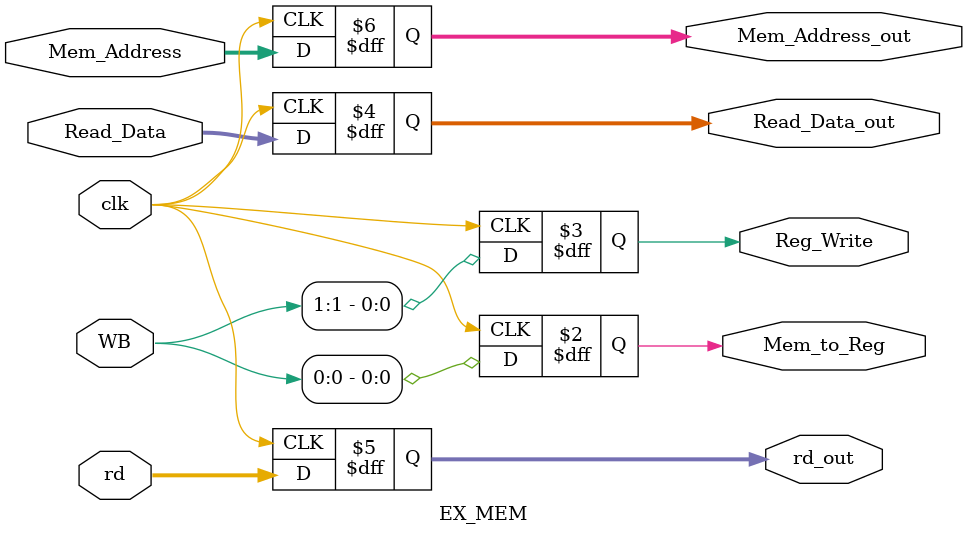
<source format=v>
module EX_MEM
(
    input clk,
    input [1:0] WB,
    output reg Mem_to_Reg, Reg_Write,
    
    input [63:0] Read_Data,
    output reg [63:0] Read_Data_out,
    
    input [4:0] rd,
    output reg [4:0] rd_out,

    input [63:0] Mem_Address,
    output reg [63:0] Mem_Address_out
    
);

    always@(posedge clk)
    begin
      Mem_to_Reg = WB[0];
      Reg_Write = WB[1];
      
      Read_Data_out = Read_Data;
      rd_out = rd;
       
      Mem_Address_out = Mem_Address;
    end

endmodule


</source>
